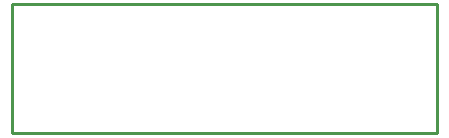
<source format=gko>
G04*
G04 #@! TF.GenerationSoftware,Altium Limited,Altium Designer,24.4.1 (13)*
G04*
G04 Layer_Color=16711935*
%FSLAX44Y44*%
%MOMM*%
G71*
G04*
G04 #@! TF.SameCoordinates,A297E379-7285-4428-8928-0B9039EEF6AF*
G04*
G04*
G04 #@! TF.FilePolarity,Positive*
G04*
G01*
G75*
%ADD11C,0.2540*%
D11*
X1270Y769620D02*
Y878840D01*
X360680D01*
X1270Y769620D02*
X360680D01*
Y878840D01*
M02*

</source>
